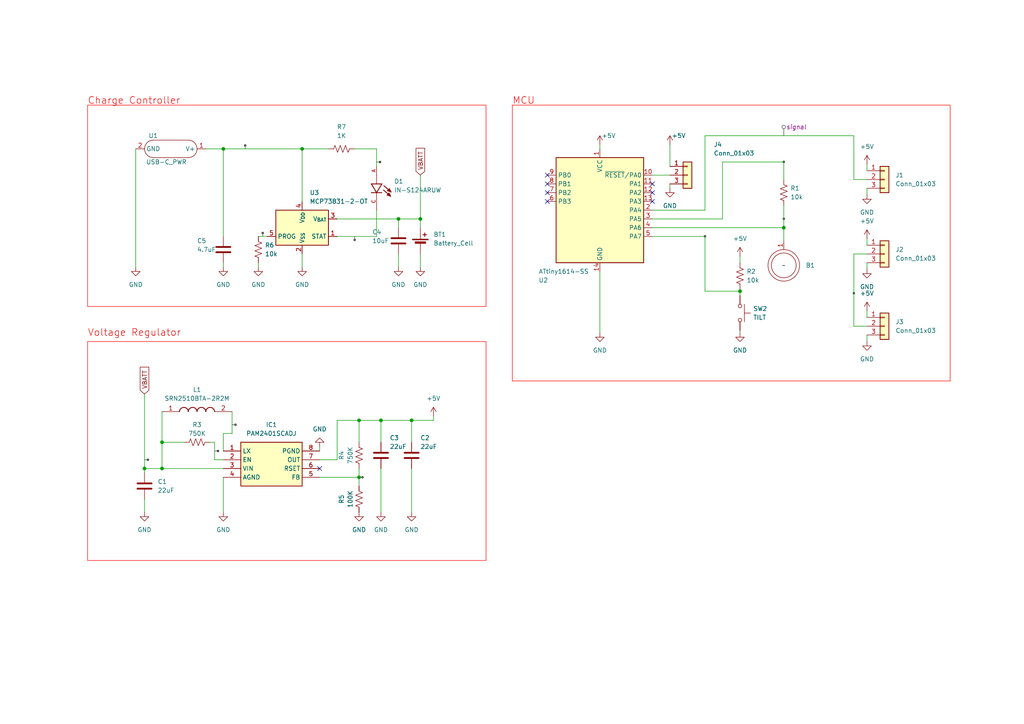
<source format=kicad_sch>
(kicad_sch (version 20230121) (generator eeschema)
  (paper "A4")
  (lib_symbols
    (symbol "Battery_Management:MCP73831-2-OT"
      (property "Reference" "U" (at -7.62 6.35 0))
      (property "Value" "MCP73831-2-OT" (at 1.27 6.35 0))
      (symbol "MCP73831-2-OT_0_1"
        (rectangle (start -7.62 5.08) (end 7.62 -5.08) (stroke (width 0.254)) (fill (type background)))
      )
      (symbol "MCP73831-2-OT_1_1"
        (pin tri_state line (at 10.16 -2.54 180) (length 2.54) (name "STAT") (number "1"))
        (pin power_in line (at 0 -7.62 90) (length 2.54) (name "V_{SS}") (number "2"))
        (pin power_out line (at 10.16 2.54 180) (length 2.54) (name "V_{BAT}") (number "3"))
        (pin power_in line (at 0 7.62 270) (length 2.54) (name "V_{DD}") (number "4"))
        (pin input line (at -10.16 -2.54 0) (length 2.54) (name "PROG") (number "5"))
      )
    )
    (symbol "Connector_Generic:Conn_01x03" (pin_names (offset 1.016) hide)
      (property "Reference" "J" (at 0 5.08 0))
      (property "Value" "Conn_01x03" (at 0 -5.08 0))
      (symbol "Conn_01x03_1_1"
        (rectangle (start -1.27 -2.413) (end 0 -2.667) (stroke (width 0.1524)))
        (rectangle (start -1.27 0.127) (end 0 -0.127) (stroke (width 0.1524)))
        (rectangle (start -1.27 2.667) (end 0 2.413) (stroke (width 0.1524)))
        (rectangle (start -1.27 3.81) (end 1.27 -3.81) (stroke (width 0.254)) (fill (type background)))
        (pin passive line (at -5.08 2.54 0) (length 3.81) (name "Pin_1") (number "1"))
        (pin passive line (at -5.08 0 0) (length 3.81) (name "Pin_2") (number "2"))
        (pin passive line (at -5.08 -2.54 0) (length 3.81) (name "Pin_3") (number "3"))
      )
    )
    (symbol "Device:Battery_Cell" (pin_numbers hide) (pin_names (offset 0) hide)
      (property "Reference" "BT" (at 2.54 2.54 0))
      (property "Value" "Battery_Cell" (at 2.54 0 0))
      (symbol "Battery_Cell_0_1"
        (rectangle (start -2.286 1.778) (end 2.286 1.524) (fill (type outline)))
        (rectangle (start -1.524 1.016) (end 1.524 0.508) (fill (type outline)))
        (polyline (pts (xy 0 0.762) (xy 0 0)))
        (polyline (pts (xy 0 1.778) (xy 0 2.54)))
        (polyline (pts (xy 0.762 3.048) (xy 1.778 3.048)) (stroke (width 0.254)))
        (polyline (pts (xy 1.27 3.556) (xy 1.27 2.54)) (stroke (width 0.254)))
      )
      (symbol "Battery_Cell_1_1"
        (pin passive line (at 0 5.08 270) (length 2.54) (name "+") (number "1"))
        (pin passive line (at 0 -2.54 90) (length 2.54) (name "-") (number "2"))
      )
    )
    (symbol "Device:C" (pin_numbers hide) (pin_names (offset 0.254))
      (property "Reference" "C" (at 0.635 2.54 0))
      (property "Value" "C" (at 0.635 -2.54 0))
      (symbol "C_0_1"
        (polyline (pts (xy -2.032 -0.762) (xy 2.032 -0.762)) (stroke (width 0.508)))
        (polyline (pts (xy -2.032 0.762) (xy 2.032 0.762)) (stroke (width 0.508)))
      )
      (symbol "C_1_1"
        (pin passive line (at 0 3.81 270) (length 2.794) (name "~") (number "1"))
        (pin passive line (at 0 -3.81 90) (length 2.794) (name "~") (number "2"))
      )
    )
    (symbol "Device:R_US" (pin_numbers hide) (pin_names (offset 0))
      (property "Reference" "R" (at 2.54 0 90))
      (property "Value" "R_US" (at -2.54 0 90))
      (symbol "R_US_0_1"
        (polyline (pts (xy 0 -2.286) (xy 0 -2.54)))
        (polyline (pts (xy 0 2.286) (xy 0 2.54)))
        (polyline (pts (xy 0 -0.762) (xy 1.016 -1.143) (xy 0 -1.524) (xy -1.016 -1.905) (xy 0 -2.286)))
        (polyline (pts (xy 0 0.762) (xy 1.016 0.381) (xy 0 0) (xy -1.016 -0.381) (xy 0 -0.762)))
        (polyline (pts (xy 0 2.286) (xy 1.016 1.905) (xy 0 1.524) (xy -1.016 1.143) (xy 0 0.762)))
      )
      (symbol "R_US_1_1"
        (pin passive line (at 0 3.81 270) (length 1.27) (name "~") (number "1"))
        (pin passive line (at 0 -3.81 90) (length 1.27) (name "~") (number "2"))
      )
    )
    (symbol "IN-S124ARUW:IN-S124ARUW" (pin_names (offset 1.016))
      (property "Reference" "D" (at -3.0988 4.4958 0))
      (property "Value" "IN-S124ARUW" (at -3.556 -3.302 0))
      (symbol "IN-S124ARUW_0_0"
        (polyline (pts (xy -2.54 -1.524) (xy 0 0)) (stroke (width 0.254)))
        (polyline (pts (xy -2.54 0) (xy -5.08 0)) (stroke (width 0.1524)))
        (polyline (pts (xy -2.54 0) (xy -2.54 -1.524)) (stroke (width 0.254)))
        (polyline (pts (xy -2.54 1.524) (xy -2.54 0)) (stroke (width 0.254)))
        (polyline (pts (xy -1.1176 3.683) (xy -0.2286 4.1656)) (stroke (width 0.254)))
        (polyline (pts (xy -0.9398 3.6068) (xy -0.7112 3.7592)) (stroke (width 0.254)))
        (polyline (pts (xy -0.5588 3.2004) (xy -1.1176 3.683)) (stroke (width 0.254)))
        (polyline (pts (xy -0.5588 3.2004) (xy -0.5334 3.937)) (stroke (width 0.254)))
        (polyline (pts (xy -0.5334 3.937) (xy -0.6604 3.937)) (stroke (width 0.254)))
        (polyline (pts (xy -0.2286 4.1656) (xy -2.0066 2.1336)) (stroke (width 0.254)))
        (polyline (pts (xy -0.2286 4.1656) (xy -0.5588 3.2004)) (stroke (width 0.254)))
        (polyline (pts (xy 0 0) (xy -2.54 1.524)) (stroke (width 0.254)))
        (polyline (pts (xy 0 1.524) (xy 0 -1.524)) (stroke (width 0.254)))
        (polyline (pts (xy 0.127 3.5814) (xy 1.016 4.064)) (stroke (width 0.254)))
        (polyline (pts (xy 0.3048 3.5052) (xy 0.5334 3.6576)) (stroke (width 0.254)))
        (polyline (pts (xy 0.6858 3.0988) (xy 0.127 3.5814)) (stroke (width 0.254)))
        (polyline (pts (xy 0.6858 3.0988) (xy 0.7112 3.8354)) (stroke (width 0.254)))
        (polyline (pts (xy 0.7112 3.8354) (xy 0.5842 3.8354)) (stroke (width 0.254)))
        (polyline (pts (xy 1.016 4.064) (xy -0.762 2.032)) (stroke (width 0.254)))
        (polyline (pts (xy 1.016 4.064) (xy 0.6858 3.0988)) (stroke (width 0.254)))
        (pin passive line (at -7.62 0 0) (length 2.54) (name "~") (number "A"))
        (pin passive line (at 5.08 0 180) (length 5.08) (name "~") (number "C"))
      )
    )
    (symbol "MCU_Microchip_ATtiny:ATtiny1614-SS"
      (property "Reference" "U" (at -12.7 16.51 0))
      (property "Value" "ATtiny1614-SS" (at 2.54 -16.51 0))
      (symbol "ATtiny1614-SS_0_1"
        (rectangle (start -12.7 -15.24) (end 12.7 15.24) (stroke (width 0.254)) (fill (type background)))
      )
      (symbol "ATtiny1614-SS_1_1"
        (pin power_in line (at 0 17.78 270) (length 2.54) (name "VCC") (number "1"))
        (pin bidirectional line (at 15.24 10.16 180) (length 2.54) (name "~{RESET}/PA0") (number "10"))
        (pin bidirectional line (at 15.24 7.62 180) (length 2.54) (name "PA1") (number "11"))
        (pin bidirectional line (at 15.24 5.08 180) (length 2.54) (name "PA2") (number "12"))
        (pin bidirectional line (at 15.24 2.54 180) (length 2.54) (name "PA3") (number "13"))
        (pin power_in line (at 0 -17.78 90) (length 2.54) (name "GND") (number "14"))
        (pin bidirectional line (at 15.24 0 180) (length 2.54) (name "PA4") (number "2"))
        (pin bidirectional line (at 15.24 -2.54 180) (length 2.54) (name "PA5") (number "3"))
        (pin bidirectional line (at 15.24 -5.08 180) (length 2.54) (name "PA6") (number "4"))
        (pin bidirectional line (at 15.24 -7.62 180) (length 2.54) (name "PA7") (number "5"))
        (pin bidirectional line (at -15.24 2.54 0) (length 2.54) (name "PB3") (number "6"))
        (pin bidirectional line (at -15.24 5.08 0) (length 2.54) (name "PB2") (number "7"))
        (pin bidirectional line (at -15.24 7.62 0) (length 2.54) (name "PB1") (number "8"))
        (pin bidirectional line (at -15.24 10.16 0) (length 2.54) (name "PB0") (number "9"))
      )
    )
    (symbol "PAM2401SCADJ:PAM2401SCADJ"
      (property "Reference" "IC" (at 24.13 7.62 0))
      (property "Value" "PAM2401SCADJ" (at 24.13 5.08 0))
      (symbol "PAM2401SCADJ_1_1"
        (rectangle (start 5.08 2.54) (end 22.86 -10.16) (stroke (width 0.254)) (fill (type background)))
        (pin passive line (at 0 0 0) (length 5.08) (name "LX") (number "1"))
        (pin passive line (at 0 -2.54 0) (length 5.08) (name "EN") (number "2"))
        (pin passive line (at 0 -5.08 0) (length 5.08) (name "VIN") (number "3"))
        (pin passive line (at 0 -7.62 0) (length 5.08) (name "AGND") (number "4"))
        (pin passive line (at 27.94 -7.62 180) (length 5.08) (name "FB") (number "5"))
        (pin passive line (at 27.94 -5.08 180) (length 5.08) (name "RSET") (number "6"))
        (pin passive line (at 27.94 -2.54 180) (length 5.08) (name "OUT") (number "7"))
        (pin passive line (at 27.94 0 180) (length 5.08) (name "PGND") (number "8"))
      )
    )
    (symbol "SRN2510BTA-2R2M:SRN2510BTA-2R2M" (pin_names hide)
      (property "Reference" "L" (at 16.51 6.35 0))
      (property "Value" "SRN2510BTA-2R2M" (at 16.51 3.81 0))
      (symbol "SRN2510BTA-2R2M_1_1"
        (arc (start 7.62 0) (mid 6.35 1.219) (end 5.08 0) (stroke (width 0.254)))
        (arc (start 10.16 0) (mid 8.89 1.219) (end 7.62 0) (stroke (width 0.254)))
        (arc (start 12.7 0) (mid 11.43 1.219) (end 10.16 0) (stroke (width 0.254)))
        (arc (start 15.24 0) (mid 13.97 1.219) (end 12.7 0) (stroke (width 0.254)))
        (pin passive line (at 0 0 0) (length 5.08) (name "1") (number "1"))
        (pin passive line (at 20.32 0 180) (length 5.08) (name "2") (number "2"))
      )
    )
    (symbol "Switch:SW_Push" (pin_numbers hide) (pin_names (offset 1.016) hide)
      (property "Reference" "SW" (at 1.27 2.54 0))
      (property "Value" "SW_Push" (at 0 -1.524 0))
      (symbol "SW_Push_0_1"
        (circle (center -2.032 0) (radius 0.508))
        (polyline (pts (xy 0 1.27) (xy 0 3.048)))
        (polyline (pts (xy 2.54 1.27) (xy -2.54 1.27)))
        (circle (center 2.032 0) (radius 0.508))
        (pin passive line (at -5.08 0 0) (length 2.54) (name "1") (number "1"))
        (pin passive line (at 5.08 0 180) (length 2.54) (name "2") (number "2"))
      )
    )
    (symbol "myDesigns:Touch_Button"
      (property "Reference" "B" (at -4.318 -1.778 0))
      (symbol "Touch_Button_0_1"
        (circle (center 0 -7.112) (radius 3.5921))
        (circle (center 0 -7.112) (radius 4.5791))
      )
      (symbol "Touch_Button_1_1"
        (pin input line (at 0 0 270) (length 2.54) (name "") (number "1"))
      )
    )
    (symbol "myDesigns:USB-C_PWR"
      (property "Reference" "U" (at -9.8044 -3.0734 0))
      (symbol "USB-C_PWR_0_1"
        (arc (start -5.08 2.54) (mid -7.5976 0) (end -5.08 -2.54))
        (polyline (pts (xy 5.08 2.54) (xy -5.08 2.54)))
        (polyline (pts (xy 5.08 -2.54) (xy -5.08 -2.54) (xy -2.54 -2.54)))
        (arc (start 5.1025 -2.54) (mid 7.6201 0) (end 5.1025 2.54))
      )
      (symbol "USB-C_PWR_1_1"
        (pin output line (at 10.16 0 180) (length 2.54) (name "V+") (number "1"))
        (pin output line (at -10.16 0 0) (length 2.54) (name "GND") (number "2"))
      )
    )
    (symbol "power:+5V" (power) (pin_names (offset 0))
      (property "Value" "+5V" (at 0 3.556 0))
      (symbol "+5V_0_1"
        (polyline (pts (xy -0.762 1.27) (xy 0 2.54)))
        (polyline (pts (xy 0 0) (xy 0 2.54)))
        (polyline (pts (xy 0 2.54) (xy 0.762 1.27)))
      )
      (symbol "+5V_1_1"
        (pin power_in line (at 0 0 90) (length 0) hide (name "+5V") (number "1"))
      )
    )
    (symbol "power:GND" (power) (pin_names (offset 0))
      (property "Value" "GND" (at 0 -3.81 0))
      (symbol "GND_0_1"
        (polyline (pts (xy 0 0) (xy 0 -1.27) (xy 1.27 -1.27) (xy 0 -2.54) (xy -1.27 -1.27) (xy 0 -1.27)))
      )
      (symbol "GND_1_1"
        (pin power_in line (at 0 0 270) (length 0) hide (name "GND") (number "1"))
      )
    )
  )
  (junction (at 119.38 121.92))
  (junction (at 110.49 121.92))
  (junction (at 46.99 128.27))
  (junction (at 115.57 63.5))
  (junction (at 121.92 63.5))
  (junction (at 41.91 135.89))
  (junction (at 87.63 43.18))
  (junction (at 104.14 121.92))
  (junction (at 64.77 43.18))
  (junction (at 214.63 84.455))
  (junction (at 46.99 135.89))
  (junction (at 104.14 138.43))
  (junction (at 227.33 66.04))
  (no_connect (at 189.23 55.88))
  (no_connect (at 158.75 50.8))
  (no_connect (at 189.23 53.34))
  (no_connect (at 158.75 53.34))
  (no_connect (at 189.23 58.42))
  (no_connect (at 92.71 135.89))
  (no_connect (at 158.75 58.42))
  (no_connect (at 158.75 55.88))
  (wire (pts (xy 62.23 128.27) (xy 62.23 133.35)))
  (wire (pts (xy 251.46 97.155) (xy 251.46 99.06)))
  (wire (pts (xy 204.47 68.58) (xy 204.47 84.455)))
  (wire (pts (xy 227.33 46.99) (xy 227.33 52.07)))
  (wire (pts (xy 109.22 60.96) (xy 109.22 68.58)))
  (wire (pts (xy 247.65 39.37) (xy 204.47 39.37)))
  (wire (pts (xy 173.99 78.74) (xy 173.99 96.52)))
  (wire (pts (xy 189.23 66.04) (xy 227.33 66.04)))
  (wire (pts (xy 119.38 135.89) (xy 119.38 148.59)))
  (wire (pts (xy 125.73 120.65) (xy 125.73 121.92)))
  (wire (pts (xy 227.33 59.69) (xy 227.33 66.04)))
  (wire (pts (xy 92.71 129.54) (xy 92.71 130.81)))
  (wire (pts (xy 214.63 84.455) (xy 214.63 83.82)))
  (wire (pts (xy 110.49 121.92) (xy 110.49 128.27)))
  (wire (pts (xy 189.23 60.96) (xy 204.47 60.96)))
  (wire (pts (xy 214.63 84.455) (xy 214.63 85.725)))
  (wire (pts (xy 109.22 68.58) (xy 97.79 68.58)))
  (wire (pts (xy 41.91 148.59) (xy 41.91 144.78)))
  (wire (pts (xy 104.14 121.92) (xy 110.49 121.92)))
  (wire (pts (xy 64.77 43.18) (xy 87.63 43.18)))
  (wire (pts (xy 247.65 94.615) (xy 251.46 94.615)))
  (wire (pts (xy 62.23 133.35) (xy 64.77 133.35)))
  (wire (pts (xy 251.46 69.215) (xy 251.46 71.12)))
  (wire (pts (xy 251.46 54.61) (xy 251.46 56.515)))
  (wire (pts (xy 46.99 128.27) (xy 53.34 128.27)))
  (wire (pts (xy 251.46 52.07) (xy 247.65 52.07)))
  (wire (pts (xy 104.14 135.89) (xy 104.14 138.43)))
  (wire (pts (xy 227.33 66.04) (xy 227.33 69.85)))
  (wire (pts (xy 204.47 39.37) (xy 204.47 60.96)))
  (wire (pts (xy 251.46 76.2) (xy 251.46 78.105)))
  (wire (pts (xy 67.31 125.73) (xy 64.77 125.73)))
  (wire (pts (xy 39.37 43.18) (xy 39.37 77.47)))
  (wire (pts (xy 102.87 43.18) (xy 109.22 43.18)))
  (wire (pts (xy 87.63 73.66) (xy 87.63 77.47)))
  (wire (pts (xy 110.49 135.89) (xy 110.49 148.59)))
  (wire (pts (xy 121.92 73.66) (xy 121.92 77.47)))
  (wire (pts (xy 209.55 46.99) (xy 227.33 46.99)))
  (wire (pts (xy 121.92 50.8) (xy 121.92 63.5)))
  (wire (pts (xy 115.57 63.5) (xy 121.92 63.5)))
  (wire (pts (xy 189.23 63.5) (xy 209.55 63.5)))
  (wire (pts (xy 92.71 133.35) (xy 97.79 133.35)))
  (wire (pts (xy 87.63 43.18) (xy 95.25 43.18)))
  (wire (pts (xy 46.99 135.89) (xy 64.77 135.89)))
  (wire (pts (xy 46.99 119.38) (xy 46.99 128.27)))
  (wire (pts (xy 125.73 121.92) (xy 119.38 121.92)))
  (wire (pts (xy 115.57 73.66) (xy 115.57 77.47)))
  (wire (pts (xy 110.49 121.92) (xy 119.38 121.92)))
  (wire (pts (xy 104.14 138.43) (xy 104.14 140.97)))
  (wire (pts (xy 194.31 41.91) (xy 194.31 48.26)))
  (wire (pts (xy 74.93 68.58) (xy 77.47 68.58)))
  (wire (pts (xy 204.47 84.455) (xy 214.63 84.455)))
  (wire (pts (xy 67.31 119.38) (xy 67.31 125.73)))
  (wire (pts (xy 64.77 43.18) (xy 64.77 68.58)))
  (wire (pts (xy 189.23 68.58) (xy 204.47 68.58)))
  (wire (pts (xy 209.55 63.5) (xy 209.55 46.99)))
  (wire (pts (xy 173.99 41.91) (xy 173.99 43.18)))
  (wire (pts (xy 41.91 137.16) (xy 41.91 135.89)))
  (wire (pts (xy 97.79 133.35) (xy 97.79 121.92)))
  (wire (pts (xy 97.79 121.92) (xy 104.14 121.92)))
  (wire (pts (xy 121.92 66.04) (xy 121.92 63.5)))
  (wire (pts (xy 59.69 43.18) (xy 64.77 43.18)))
  (wire (pts (xy 46.99 128.27) (xy 46.99 135.89)))
  (wire (pts (xy 247.65 73.66) (xy 247.65 94.615)))
  (wire (pts (xy 214.63 74.295) (xy 214.63 76.2)))
  (wire (pts (xy 104.14 121.92) (xy 104.14 128.27)))
  (wire (pts (xy 41.91 114.3) (xy 41.91 135.89)))
  (wire (pts (xy 119.38 121.92) (xy 119.38 128.27)))
  (wire (pts (xy 251.46 73.66) (xy 247.65 73.66)))
  (wire (pts (xy 64.77 130.81) (xy 64.77 125.73)))
  (wire (pts (xy 46.99 135.89) (xy 41.91 135.89)))
  (wire (pts (xy 74.93 77.47) (xy 74.93 76.2)))
  (wire (pts (xy 109.22 43.18) (xy 109.22 48.26)))
  (wire (pts (xy 60.96 128.27) (xy 62.23 128.27)))
  (wire (pts (xy 214.63 95.885) (xy 214.63 96.52)))
  (wire (pts (xy 194.31 53.34) (xy 194.31 54.61)))
  (wire (pts (xy 251.46 47.625) (xy 251.46 49.53)))
  (wire (pts (xy 64.77 138.43) (xy 64.77 148.59)))
  (wire (pts (xy 92.71 138.43) (xy 104.14 138.43)))
  (wire (pts (xy 189.23 50.8) (xy 194.31 50.8)))
  (wire (pts (xy 247.65 52.07) (xy 247.65 39.37)))
  (wire (pts (xy 87.63 43.18) (xy 87.63 58.42)))
  (wire (pts (xy 97.79 63.5) (xy 115.57 63.5)))
  (wire (pts (xy 251.46 90.17) (xy 251.46 92.075)))
  (wire (pts (xy 64.77 76.2) (xy 64.77 77.47)))
  (wire (pts (xy 115.57 63.5) (xy 115.57 66.04)))
  (rectangle (start 25.4 99.06) (end 140.97 162.56) (stroke (width 0) (color 255 0 0 1)))
  (rectangle (start 25.4 30.48) (end 140.97 88.9) (stroke (width 0) (color 253 0 0 1)))
  (rectangle (start 148.59 30.48) (end 275.59 110.49) (stroke (width 0) (color 253 0 0 1)))
  (text "Voltage Regulator\n" (at 25.4 97.79 0) (effects (font (size 2 2)) (justify left bottom)))
  (text "MCU\n" (at 148.59 30.48 0) (effects (font (size 2 2)) (justify left bottom)))
  (text "Charge Controller\n" (at 25.4 30.48 0) (effects (font (size 2 2)) (justify left bottom)))
  (global_label "VBATT" (shape input) (at 121.92 50.8 90) (property "Intersheetrefs" "${INTERSHEET_REFS}" (effects hide)))
  (global_label "VBATT" (shape input) (at 41.91 114.3 90) (property "Intersheetrefs" "${INTERSHEET_REFS}" (effects hide)))
  (netclass_flag "" (length 1) (shape dot) (at 104.14 138.43 270) (property "Netclass" "power" (effects hide)))
  (netclass_flag "" (length 0.05) (shape dot) (at 204.47 68.58 0) (property "Netclass" "signal" (effects hide)))
  (netclass_flag "" (length 1) (shape dot) (at 62.23 130.81 270) (property "Netclass" "power" (effects hide)))
  (netclass_flag "" (length 2.54) (shape round) (at 227.33 39.37 0) (property "Netclass" "signal" (at 228.0285 36.83 0) (effects (font italic) (justify left))))
  (netclass_flag "" (length 0.05) (shape dot) (at 227.33 63.5 0) (property "Netclass" "signal" (effects hide)))
  (netclass_flag "" (length 1) (shape dot) (at 71.12 43.18 0) (property "Netclass" "power" (effects hide)))
  (netclass_flag "" (length 0.05) (shape dot) (at 227.33 46.99 0) (property "Netclass" "signal" (effects hide)))
  (netclass_flag "" (length 1) (shape dot) (at 76.2 68.58 0) (property "Netclass" "power" (effects hide)))
  (netclass_flag "" (length 1) (shape dot) (at 67.31 123.19 270) (property "Netclass" "power" (effects hide)))
  (netclass_flag "" (length 0.05) (shape dot) (at 247.65 85.09 0) (property "Netclass" "signal" (effects hide)))
  (netclass_flag "" (length 1) (shape dot) (at 109.22 46.99 270) (property "Netclass" "power" (effects hide)))
  (netclass_flag "" (length 1) (shape dot) (at 102.87 68.58 180) (property "Netclass" "power" (effects hide)))
  (netclass_flag "" (length 1) (shape dot) (at 41.91 133.35 270) (property "Netclass" "power" (effects hide)))
  (symbol (lib_id "power:+5V") (at 194.31 41.91 0) (unit 1)
    (property "Reference" "#PWR017" (effects hide))
    (property "Value" "+5V" (at 196.85 39.37 0))
  )
  (symbol (lib_id "Connector_Generic:Conn_01x03") (at 256.54 52.07 0) (unit 1)
    (property "Reference" "J1" (at 259.715 50.8 0) (effects (justify left)))
    (property "Value" "Conn_01x03" (at 259.715 53.34 0) (effects (justify left)))
    (property "Footprint" "Connector_PinHeader_2.54mm:PinHeader_1x03_P2.54mm_Vertical_SMD_Pin1Left" (effects hide))
  )
  (symbol (lib_id "MCU_Microchip_ATtiny:ATtiny1614-SS") (at 173.99 60.96 0) (unit 1)
    (property "Reference" "U2" (at 156.21 81.28 0) (effects (justify left)))
    (property "Value" "ATtiny1614-SS" (at 156.21 78.74 0) (effects (justify left)))
    (property "Footprint" "Package_SO:SOIC-14_3.9x8.7mm_P1.27mm" (effects hide))
    (property "Datasheet" "http://ww1.microchip.com/downloads/en/DeviceDoc/ATtiny1614-data-sheet-40001995A.pdf" (effects hide))
  )
  (symbol (lib_id "Device:C") (at 64.77 72.39 0) (unit 1)
    (property "Reference" "C5" (at 57.15 69.85 0) (effects (justify left)))
    (property "Value" "4.7uF" (at 57.15 72.39 0) (effects (justify left)))
    (property "Footprint" "Capacitor_SMD:C_1206_3216Metric" (effects hide))
  )
  (symbol (lib_id "SRN2510BTA-2R2M:SRN2510BTA-2R2M") (at 46.99 119.38 0) (unit 1)
    (property "Reference" "L1" (at 57.15 113.03 0))
    (property "Value" "SRN2510BTA-2R2M" (at 57.15 115.57 0))
    (property "Footprint" "SRN2510BTA-2R2M:SRN2510BTA2R2M" (effects hide))
    (property "Datasheet" "https://www.bourns.com/docs/Product-Datasheets/SRN2510BTA.pdf" (effects hide))
    (property "Height" "1" (effects hide))
    (property "Mouser Part Number" "652-SRN2510BTA-2R2M" (effects hide))
    (property "Mouser Price/Stock" "https://www.mouser.co.uk/ProductDetail/Bourns/SRN2510BTA-2R2M?qs=Imq1NPwxi76UwyNS9ZjxDQ%3D%3D" (effects hide))
    (property "Manufacturer_Name" "Bourns" (effects hide))
    (property "Manufacturer_Part_Number" "SRN2510BTA-2R2M" (effects hide))
  )
  (symbol (lib_id "power:GND") (at 115.57 77.47 0) (unit 1)
    (property "Reference" "#PWR021" (effects hide))
    (property "Value" "GND" (at 115.57 82.55 0))
  )
  (symbol (lib_id "Device:C") (at 115.57 69.85 0) (unit 1)
    (property "Reference" "C4" (at 107.95 67.31 0) (effects (justify left)))
    (property "Value" "10uF" (at 107.95 69.85 0) (effects (justify left)))
    (property "Footprint" "Capacitor_SMD:C_1206_3216Metric" (effects hide))
  )
  (symbol (lib_id "power:GND") (at 104.14 148.59 0) (unit 1)
    (property "Reference" "#PWR05" (effects hide))
    (property "Value" "GND" (at 104.14 153.67 0))
  )
  (symbol (lib_id "Device:C") (at 110.49 132.08 0) (unit 1)
    (property "Reference" "C3" (at 113.03 127 0) (effects (justify left)))
    (property "Value" "22uF" (at 113.03 129.54 0) (effects (justify left)))
    (property "Footprint" "Capacitor_SMD:C_1206_3216Metric" (effects hide))
  )
  (symbol (lib_id "power:+5V") (at 125.73 120.65 0) (unit 1)
    (property "Reference" "#PWR04" (effects hide))
    (property "Value" "+5V" (at 125.73 115.57 0))
  )
  (symbol (lib_id "power:GND") (at 110.49 148.59 0) (unit 1)
    (property "Reference" "#PWR06" (effects hide))
    (property "Value" "GND" (at 110.49 153.67 0))
  )
  (symbol (lib_id "power:+5V") (at 251.46 90.17 0) (unit 1)
    (property "Reference" "#PWR015" (effects hide))
    (property "Value" "+5V" (at 251.46 85.09 0))
  )
  (symbol (lib_id "power:+5V") (at 251.46 47.625 0) (unit 1)
    (property "Reference" "#PWR011" (effects hide))
    (property "Value" "+5V" (at 251.46 42.545 0))
  )
  (symbol (lib_id "power:GND") (at 194.31 54.61 0) (unit 1)
    (property "Reference" "#PWR018" (effects hide))
    (property "Value" "GND" (at 194.31 59.69 0))
  )
  (symbol (lib_id "Device:R_US") (at 57.15 128.27 90) (unit 1)
    (property "Reference" "R3" (at 57.15 123.19 90))
    (property "Value" "750K" (at 57.15 125.73 90))
    (property "Footprint" "Resistor_SMD:R_1206_3216Metric" (effects hide))
  )
  (symbol (lib_id "power:+5V") (at 173.99 41.91 0) (unit 1)
    (property "Reference" "#PWR08" (effects hide))
    (property "Value" "+5V" (at 176.53 39.37 0))
  )
  (symbol (lib_id "power:GND") (at 87.63 77.47 0) (unit 1)
    (property "Reference" "#PWR022" (effects hide))
    (property "Value" "GND" (at 87.63 82.55 0))
  )
  (symbol (lib_id "power:GND") (at 173.99 96.52 0) (unit 1)
    (property "Reference" "#PWR09" (effects hide))
    (property "Value" "GND" (at 173.99 101.6 0))
  )
  (symbol (lib_id "Device:C") (at 41.91 140.97 0) (unit 1)
    (property "Reference" "C1" (at 45.72 139.7 0) (effects (justify left)))
    (property "Value" "22uF" (at 45.72 142.24 0) (effects (justify left)))
    (property "Footprint" "Capacitor_SMD:C_1206_3216Metric" (effects hide))
  )
  (symbol (lib_id "IN-S124ARUW:IN-S124ARUW") (at 109.22 55.88 270) (unit 1)
    (property "Reference" "D1" (at 114.3 52.6034 90) (effects (justify left)))
    (property "Value" "IN-S124ARUW" (at 114.3 55.1434 90) (effects (justify left)))
    (property "Footprint" "IN-S124ARUW:LED_IN-S124ARUW" (effects hide))
    (property "MF" "Inolux" (effects hide))
    (property "MOUSER-PURCHASE-URL" "https://snapeda.com/shop?store=Mouser&id=2130298" (effects hide))
    (property "DESCRIPTION" "White LED Indication - Discrete 3.3V 2-SMD, No Lead" (effects hide))
    (property "PACKAGE" "SMD-2 Inolux" (effects hide))
    (property "PRICE" "None" (effects hide))
    (property "Package" "SMD-2 Inolux" (effects hide))
    (property "Check_prices" "https://www.snapeda.com/parts/IN-S124ARUW/Inolux/view-part/?ref=eda" (effects hide))
    (property "Price" "None" (effects hide))
    (property "SnapEDA_Link" "https://www.snapeda.com/parts/IN-S124ARUW/Inolux/view-part/?ref=snap" (effects hide))
    (property "MP" "IN-S124ARUW" (effects hide))
    (property "DIGIKEY-PURCHASE-URL" "https://snapeda.com/shop?store=DigiKey&id=2130298" (effects hide))
    (property "Description" "\nWhite - LED Indication - Discrete 3.3V 2-SMD, No Lead\n" (effects hide))
    (property "Availability" "In Stock" (effects hide))
    (property "AVAILABILITY" "Warning" (effects hide))
    (property "MAXIMUM_PACKAGE_HEIGHT" "0.3mm" (effects hide))
  )
  (symbol (lib_id "Device:R_US") (at 214.63 80.01 0) (unit 1)
    (property "Reference" "R2" (at 216.535 78.74 0) (effects (justify left)))
    (property "Value" "10k" (at 216.535 81.28 0) (effects (justify left)))
    (property "Footprint" "Resistor_SMD:R_1206_3216Metric" (effects hide))
  )
  (symbol (lib_id "power:GND") (at 92.71 129.54 180) (unit 1)
    (property "Reference" "#PWR03" (effects hide))
    (property "Value" "GND" (at 92.71 124.46 0))
  )
  (symbol (lib_id "Device:R_US") (at 74.93 72.39 0) (unit 1)
    (property "Reference" "R6" (at 76.835 71.12 0) (effects (justify left)))
    (property "Value" "10k" (at 76.835 73.66 0) (effects (justify left)))
    (property "Footprint" "Resistor_SMD:R_1206_3216Metric" (effects hide))
  )
  (symbol (lib_id "power:GND") (at 39.37 77.47 0) (unit 1)
    (property "Reference" "#PWR024" (effects hide))
    (property "Value" "GND" (at 39.37 82.55 0))
  )
  (symbol (lib_id "Connector_Generic:Conn_01x03") (at 256.54 94.615 0) (unit 1)
    (property "Reference" "J3" (at 259.715 93.345 0) (effects (justify left)))
    (property "Value" "Conn_01x03" (at 259.715 95.885 0) (effects (justify left)))
    (property "Footprint" "Connector_PinHeader_2.54mm:PinHeader_1x03_P2.54mm_Vertical_SMD_Pin1Left" (effects hide))
  )
  (symbol (lib_id "Switch:SW_Push") (at 214.63 90.805 270) (unit 1)
    (property "Reference" "SW2" (at 218.44 89.535 90) (effects (justify left)))
    (property "Value" "TILT" (at 218.44 92.075 90) (effects (justify left)))
    (property "Footprint" "Connector_PinHeader_2.54mm:PinHeader_2x01_P2.54mm_Vertical_SMD" (effects hide))
  )
  (symbol (lib_id "PAM2401SCADJ:PAM2401SCADJ") (at 64.77 130.81 0) (unit 1)
    (property "Reference" "IC1" (at 78.74 123.19 0))
    (property "Value" "PAM2401SCADJ" (at 78.74 125.73 0))
    (property "Footprint" "PAM2401:SOP65P490X110-8N" (effects hide))
    (property "Datasheet" "https://www.diodes.com//assets/Datasheets/PAM2401.pdf" (effects hide))
    (property "Height" "1.1" (effects hide))
    (property "Mouser Part Number" "621-PAM2401SCADJ" (effects hide))
    (property "Mouser Price/Stock" "https://www.mouser.co.uk/ProductDetail/Diodes-Incorporated/PAM2401SCADJ?qs=Ay79KZaUeZCprHtLIDXq%252BQ%3D%3D" (effects hide))
    (property "Manufacturer_Name" "Diodes Incorporated" (effects hide))
    (property "Manufacturer_Part_Number" "PAM2401SCADJ" (effects hide))
  )
  (symbol (lib_id "Battery_Management:MCP73831-2-OT") (at 87.63 66.04 0) (unit 1)
    (property "Reference" "U3" (at 89.8241 55.88 0) (effects (justify left)))
    (property "Value" "MCP73831-2-OT" (at 89.8241 58.42 0) (effects (justify left)))
    (property "Footprint" "Package_TO_SOT_SMD:SOT-23-5" (effects hide))
    (property "Datasheet" "http://ww1.microchip.com/downloads/en/DeviceDoc/20001984g.pdf" (effects hide))
  )
  (symbol (lib_id "power:GND") (at 251.46 56.515 0) (unit 1)
    (property "Reference" "#PWR012" (effects hide))
    (property "Value" "GND" (at 251.46 61.595 0))
  )
  (symbol (lib_id "myDesigns:USB-C_PWR") (at 49.53 43.18 0) (unit 1)
    (property "Reference" "U1" (at 44.45 39.37 0))
    (property "Value" "USB-C_PWR" (at 48.26 46.99 0))
    (property "Footprint" "myFootprintDesigns:USB-C_PWR" (effects hide))
  )
  (symbol (lib_id "Device:R_US") (at 104.14 144.78 180) (unit 1)
    (property "Reference" "R5" (at 99.06 144.78 90))
    (property "Value" "100K" (at 101.6 144.78 90))
    (property "Footprint" "Resistor_SMD:R_1206_3216Metric" (effects hide))
  )
  (symbol (lib_id "power:GND") (at 64.77 77.47 0) (unit 1)
    (property "Reference" "#PWR025" (effects hide))
    (property "Value" "GND" (at 64.77 82.55 0))
  )
  (symbol (lib_id "myDesigns:Touch_Button") (at 227.33 69.85 0) (unit 1)
    (property "Reference" "B1" (at 233.68 76.962 0) (effects (justify left)))
    (property "Value" "~" (at 227.33 76.962 0))
    (property "Footprint" "myFootprintDesigns:fireflyTouch" (effects hide))
  )
  (symbol (lib_id "power:+5V") (at 214.63 74.295 0) (unit 1)
    (property "Reference" "#PWR019" (effects hide))
    (property "Value" "+5V" (at 214.63 69.215 0))
  )
  (symbol (lib_id "power:GND") (at 74.93 77.47 0) (unit 1)
    (property "Reference" "#PWR023" (effects hide))
    (property "Value" "GND" (at 74.93 82.55 0))
  )
  (symbol (lib_id "power:GND") (at 41.91 148.59 0) (unit 1)
    (property "Reference" "#PWR01" (effects hide))
    (property "Value" "GND" (at 41.91 153.67 0))
  )
  (symbol (lib_id "Device:Battery_Cell") (at 121.92 71.12 0) (unit 1)
    (property "Reference" "BT1" (at 125.73 68.0085 0) (effects (justify left)))
    (property "Value" "Battery_Cell" (at 125.73 70.5485 0) (effects (justify left)))
    (property "Footprint" "myFootprintDesigns:14500 Holder" (effects hide))
  )
  (symbol (lib_id "Connector_Generic:Conn_01x03") (at 199.39 50.8 0) (unit 1)
    (property "Reference" "J4" (at 207.01 41.91 0) (effects (justify left)))
    (property "Value" "Conn_01x03" (at 207.01 44.45 0) (effects (justify left)))
    (property "Footprint" "Connector_PinHeader_2.54mm:PinHeader_1x03_P2.54mm_Vertical_SMD_Pin1Left" (effects hide))
  )
  (symbol (lib_id "power:GND") (at 64.77 148.59 0) (unit 1)
    (property "Reference" "#PWR02" (effects hide))
    (property "Value" "GND" (at 64.77 153.67 0))
  )
  (symbol (lib_id "power:GND") (at 251.46 78.105 0) (unit 1)
    (property "Reference" "#PWR014" (effects hide))
    (property "Value" "GND" (at 251.46 83.185 0))
  )
  (symbol (lib_id "Device:R_US") (at 227.33 55.88 0) (unit 1)
    (property "Reference" "R1" (at 229.235 54.61 0) (effects (justify left)))
    (property "Value" "10k" (at 229.235 57.15 0) (effects (justify left)))
    (property "Footprint" "Resistor_SMD:R_1206_3216Metric" (effects hide))
  )
  (symbol (lib_id "power:GND") (at 251.46 99.06 0) (unit 1)
    (property "Reference" "#PWR016" (effects hide))
    (property "Value" "GND" (at 251.46 104.14 0))
  )
  (symbol (lib_id "Connector_Generic:Conn_01x03") (at 256.54 73.66 0) (unit 1)
    (property "Reference" "J2" (at 259.715 72.39 0) (effects (justify left)))
    (property "Value" "Conn_01x03" (at 259.715 74.93 0) (effects (justify left)))
    (property "Footprint" "Connector_PinHeader_2.54mm:PinHeader_1x03_P2.54mm_Vertical_SMD_Pin1Left" (effects hide))
  )
  (symbol (lib_id "Device:R_US") (at 104.14 132.08 180) (unit 1)
    (property "Reference" "R4" (at 99.06 132.08 90))
    (property "Value" "750K" (at 101.6 132.08 90))
    (property "Footprint" "Resistor_SMD:R_1206_3216Metric" (effects hide))
  )
  (symbol (lib_id "power:+5V") (at 251.46 69.215 0) (unit 1)
    (property "Reference" "#PWR013" (effects hide))
    (property "Value" "+5V" (at 251.46 64.135 0))
  )
  (symbol (lib_id "power:GND") (at 119.38 148.59 0) (unit 1)
    (property "Reference" "#PWR07" (effects hide))
    (property "Value" "GND" (at 119.38 153.67 0))
  )
  (symbol (lib_id "power:GND") (at 121.92 77.47 0) (unit 1)
    (property "Reference" "#PWR010" (effects hide))
    (property "Value" "GND" (at 121.92 82.55 0))
  )
  (symbol (lib_id "Device:C") (at 119.38 132.08 0) (unit 1)
    (property "Reference" "C2" (at 121.92 127 0) (effects (justify left)))
    (property "Value" "22uF" (at 121.92 129.54 0) (effects (justify left)))
    (property "Footprint" "Capacitor_SMD:C_1206_3216Metric" (effects hide))
  )
  (symbol (lib_id "power:GND") (at 214.63 96.52 0) (unit 1)
    (property "Reference" "#PWR020" (effects hide))
    (property "Value" "GND" (at 214.63 101.6 0))
  )
  (symbol (lib_id "Device:R_US") (at 99.06 43.18 90) (unit 1)
    (property "Reference" "R7" (at 99.06 36.83 90))
    (property "Value" "1K" (at 99.06 39.37 90))
    (property "Footprint" "Resistor_SMD:R_1206_3216Metric" (effects hide))
  )
)
</source>
